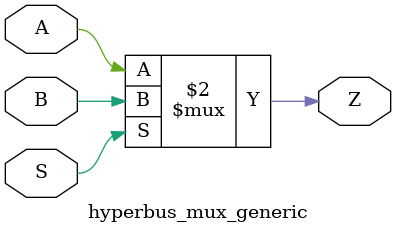
<source format=sv>


module hyperbus_mux_generic(
    input  logic         A,
    input  logic         B,
    input  logic         S,
    output logic         Z

);
   assign Z = (S == 0) ? A : B;

endmodule

</source>
